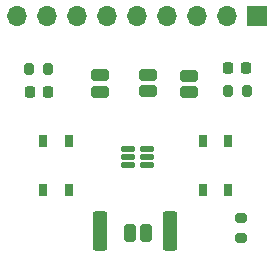
<source format=gbs>
G04 #@! TF.GenerationSoftware,KiCad,Pcbnew,7.0.7*
G04 #@! TF.CreationDate,2024-04-01T23:39:43-04:00*
G04 #@! TF.ProjectId,sensor_node,73656e73-6f72-45f6-9e6f-64652e6b6963,rev?*
G04 #@! TF.SameCoordinates,Original*
G04 #@! TF.FileFunction,Soldermask,Bot*
G04 #@! TF.FilePolarity,Negative*
%FSLAX46Y46*%
G04 Gerber Fmt 4.6, Leading zero omitted, Abs format (unit mm)*
G04 Created by KiCad (PCBNEW 7.0.7) date 2024-04-01 23:39:43*
%MOMM*%
%LPD*%
G01*
G04 APERTURE LIST*
G04 Aperture macros list*
%AMRoundRect*
0 Rectangle with rounded corners*
0 $1 Rounding radius*
0 $2 $3 $4 $5 $6 $7 $8 $9 X,Y pos of 4 corners*
0 Add a 4 corners polygon primitive as box body*
4,1,4,$2,$3,$4,$5,$6,$7,$8,$9,$2,$3,0*
0 Add four circle primitives for the rounded corners*
1,1,$1+$1,$2,$3*
1,1,$1+$1,$4,$5*
1,1,$1+$1,$6,$7*
1,1,$1+$1,$8,$9*
0 Add four rect primitives between the rounded corners*
20,1,$1+$1,$2,$3,$4,$5,0*
20,1,$1+$1,$4,$5,$6,$7,0*
20,1,$1+$1,$6,$7,$8,$9,0*
20,1,$1+$1,$8,$9,$2,$3,0*%
G04 Aperture macros list end*
%ADD10RoundRect,0.250000X0.500000X-0.250000X0.500000X0.250000X-0.500000X0.250000X-0.500000X-0.250000X0*%
%ADD11R,1.700000X1.700000*%
%ADD12O,1.700000X1.700000*%
%ADD13RoundRect,0.200000X-0.200000X-0.275000X0.200000X-0.275000X0.200000X0.275000X-0.200000X0.275000X0*%
%ADD14RoundRect,0.200000X0.275000X-0.200000X0.275000X0.200000X-0.275000X0.200000X-0.275000X-0.200000X0*%
%ADD15RoundRect,0.250000X-0.362500X-1.425000X0.362500X-1.425000X0.362500X1.425000X-0.362500X1.425000X0*%
%ADD16R,0.650000X1.050000*%
%ADD17RoundRect,0.250000X-0.500000X0.250000X-0.500000X-0.250000X0.500000X-0.250000X0.500000X0.250000X0*%
%ADD18RoundRect,0.102000X-0.495000X-0.150000X0.495000X-0.150000X0.495000X0.150000X-0.495000X0.150000X0*%
%ADD19RoundRect,0.200000X0.200000X0.275000X-0.200000X0.275000X-0.200000X-0.275000X0.200000X-0.275000X0*%
%ADD20RoundRect,0.250000X-0.250000X-0.500000X0.250000X-0.500000X0.250000X0.500000X-0.250000X0.500000X0*%
%ADD21RoundRect,0.225000X-0.225000X-0.250000X0.225000X-0.250000X0.225000X0.250000X-0.225000X0.250000X0*%
%ADD22RoundRect,0.225000X0.225000X0.250000X-0.225000X0.250000X-0.225000X-0.250000X0.225000X-0.250000X0*%
G04 APERTURE END LIST*
D10*
X103500000Y-74100000D03*
X103500000Y-75500000D03*
D11*
X112729369Y-69081998D03*
D12*
X110189369Y-69081998D03*
X107649369Y-69081998D03*
X105109369Y-69081998D03*
X102569369Y-69081998D03*
X100029369Y-69081998D03*
X97489369Y-69081998D03*
X94949369Y-69081998D03*
X92409369Y-69081998D03*
D13*
X110271147Y-75488777D03*
X111921147Y-75488777D03*
D14*
X111439370Y-87906999D03*
X111439370Y-86256999D03*
D15*
X99476869Y-87331998D03*
X105401869Y-87331998D03*
D16*
X96839370Y-83831998D03*
X96839370Y-79681998D03*
X94689370Y-83831998D03*
X94689370Y-79681998D03*
D17*
X107000000Y-74181999D03*
X107000000Y-75581999D03*
D18*
X101884369Y-81710499D03*
X101884369Y-81060499D03*
X101884369Y-80410499D03*
X103494369Y-80410499D03*
X103494369Y-81060499D03*
X103494369Y-81710499D03*
D19*
X95107593Y-73581999D03*
X93457593Y-73581999D03*
D16*
X110339369Y-83832000D03*
X110339369Y-79682000D03*
X108189369Y-83832000D03*
X108189369Y-79682000D03*
D10*
X99439369Y-75531998D03*
X99439369Y-74131998D03*
D20*
X102000000Y-87500000D03*
X103400000Y-87500000D03*
D21*
X93522594Y-75581999D03*
X95072594Y-75581999D03*
D22*
X111871147Y-73488775D03*
X110321147Y-73488775D03*
M02*

</source>
